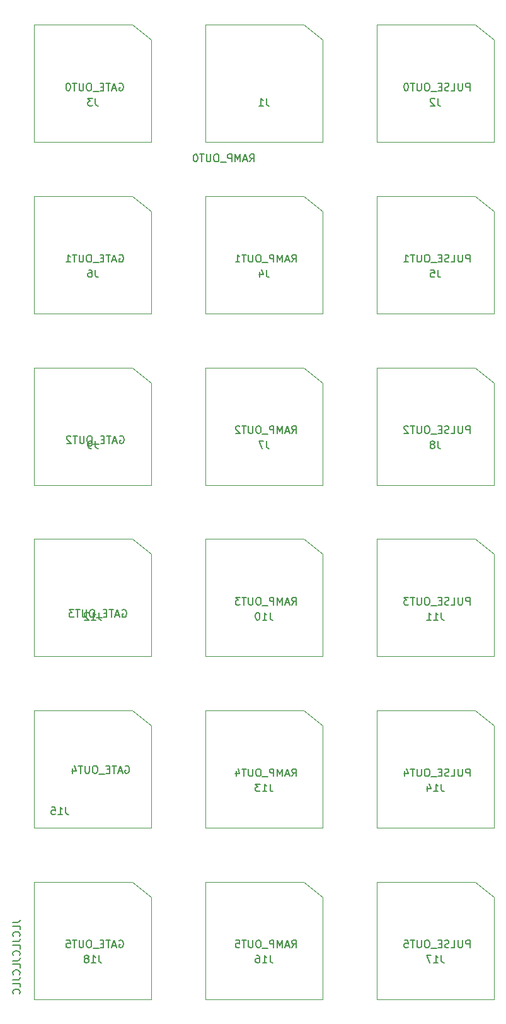
<source format=gbr>
%TF.GenerationSoftware,KiCad,Pcbnew,(5.1.7)-1*%
%TF.CreationDate,2023-03-06T21:23:01+00:00*%
%TF.ProjectId,KOSMO-POLY6-JACKS,4b4f534d-4f2d-4504-9f4c-59362d4a4143,v0.1.1*%
%TF.SameCoordinates,Original*%
%TF.FileFunction,Legend,Bot*%
%TF.FilePolarity,Positive*%
%FSLAX46Y46*%
G04 Gerber Fmt 4.6, Leading zero omitted, Abs format (unit mm)*
G04 Created by KiCad (PCBNEW (5.1.7)-1) date 2023-03-06 21:23:01*
%MOMM*%
%LPD*%
G01*
G04 APERTURE LIST*
%ADD10C,0.150000*%
%ADD11C,0.120000*%
G04 APERTURE END LIST*
D10*
X55067380Y-169559952D02*
X55781666Y-169559952D01*
X55924523Y-169512333D01*
X56019761Y-169417095D01*
X56067380Y-169274238D01*
X56067380Y-169179000D01*
X56067380Y-170512333D02*
X56067380Y-170036142D01*
X55067380Y-170036142D01*
X55972142Y-171417095D02*
X56019761Y-171369476D01*
X56067380Y-171226619D01*
X56067380Y-171131380D01*
X56019761Y-170988523D01*
X55924523Y-170893285D01*
X55829285Y-170845666D01*
X55638809Y-170798047D01*
X55495952Y-170798047D01*
X55305476Y-170845666D01*
X55210238Y-170893285D01*
X55115000Y-170988523D01*
X55067380Y-171131380D01*
X55067380Y-171226619D01*
X55115000Y-171369476D01*
X55162619Y-171417095D01*
X55067380Y-172131380D02*
X55781666Y-172131380D01*
X55924523Y-172083761D01*
X56019761Y-171988523D01*
X56067380Y-171845666D01*
X56067380Y-171750428D01*
X56067380Y-173083761D02*
X56067380Y-172607571D01*
X55067380Y-172607571D01*
X55972142Y-173988523D02*
X56019761Y-173940904D01*
X56067380Y-173798047D01*
X56067380Y-173702809D01*
X56019761Y-173559952D01*
X55924523Y-173464714D01*
X55829285Y-173417095D01*
X55638809Y-173369476D01*
X55495952Y-173369476D01*
X55305476Y-173417095D01*
X55210238Y-173464714D01*
X55115000Y-173559952D01*
X55067380Y-173702809D01*
X55067380Y-173798047D01*
X55115000Y-173940904D01*
X55162619Y-173988523D01*
X55067380Y-174702809D02*
X55781666Y-174702809D01*
X55924523Y-174655190D01*
X56019761Y-174559952D01*
X56067380Y-174417095D01*
X56067380Y-174321857D01*
X56067380Y-175655190D02*
X56067380Y-175179000D01*
X55067380Y-175179000D01*
X55972142Y-176559952D02*
X56019761Y-176512333D01*
X56067380Y-176369476D01*
X56067380Y-176274238D01*
X56019761Y-176131380D01*
X55924523Y-176036142D01*
X55829285Y-175988523D01*
X55638809Y-175940904D01*
X55495952Y-175940904D01*
X55305476Y-175988523D01*
X55210238Y-176036142D01*
X55115000Y-176131380D01*
X55067380Y-176274238D01*
X55067380Y-176369476D01*
X55115000Y-176512333D01*
X55162619Y-176559952D01*
X55067380Y-177274238D02*
X55781666Y-177274238D01*
X55924523Y-177226619D01*
X56019761Y-177131380D01*
X56067380Y-176988523D01*
X56067380Y-176893285D01*
X56067380Y-178226619D02*
X56067380Y-177750428D01*
X55067380Y-177750428D01*
X55972142Y-179131380D02*
X56019761Y-179083761D01*
X56067380Y-178940904D01*
X56067380Y-178845666D01*
X56019761Y-178702809D01*
X55924523Y-178607571D01*
X55829285Y-178559952D01*
X55638809Y-178512333D01*
X55495952Y-178512333D01*
X55305476Y-178559952D01*
X55210238Y-178607571D01*
X55115000Y-178702809D01*
X55067380Y-178845666D01*
X55067380Y-178940904D01*
X55115000Y-179083761D01*
X55162619Y-179131380D01*
D11*
%TO.C,J18*%
X57973000Y-179858000D02*
X73721000Y-179858000D01*
X73721000Y-179858000D02*
X73727000Y-166148000D01*
X73721000Y-166142000D02*
X71181000Y-164110000D01*
X71181000Y-164110000D02*
X57973000Y-164110000D01*
X57973000Y-164110000D02*
X57973000Y-179858000D01*
%TO.C,J17*%
X103973000Y-179858000D02*
X119721000Y-179858000D01*
X119721000Y-179858000D02*
X119727000Y-166148000D01*
X119721000Y-166142000D02*
X117181000Y-164110000D01*
X117181000Y-164110000D02*
X103973000Y-164110000D01*
X103973000Y-164110000D02*
X103973000Y-179858000D01*
%TO.C,J16*%
X80973000Y-179858000D02*
X96721000Y-179858000D01*
X96721000Y-179858000D02*
X96727000Y-166148000D01*
X96721000Y-166142000D02*
X94181000Y-164110000D01*
X94181000Y-164110000D02*
X80973000Y-164110000D01*
X80973000Y-164110000D02*
X80973000Y-179858000D01*
%TO.C,J15*%
X57973000Y-156858000D02*
X73721000Y-156858000D01*
X73721000Y-156858000D02*
X73727000Y-143148000D01*
X73721000Y-143142000D02*
X71181000Y-141110000D01*
X71181000Y-141110000D02*
X57973000Y-141110000D01*
X57973000Y-141110000D02*
X57973000Y-156858000D01*
%TO.C,J14*%
X103973000Y-156858000D02*
X119721000Y-156858000D01*
X119721000Y-156858000D02*
X119727000Y-143148000D01*
X119721000Y-143142000D02*
X117181000Y-141110000D01*
X117181000Y-141110000D02*
X103973000Y-141110000D01*
X103973000Y-141110000D02*
X103973000Y-156858000D01*
%TO.C,J13*%
X80973000Y-156858000D02*
X96721000Y-156858000D01*
X96721000Y-156858000D02*
X96727000Y-143148000D01*
X96721000Y-143142000D02*
X94181000Y-141110000D01*
X94181000Y-141110000D02*
X80973000Y-141110000D01*
X80973000Y-141110000D02*
X80973000Y-156858000D01*
%TO.C,J12*%
X57973000Y-133858000D02*
X73721000Y-133858000D01*
X73721000Y-133858000D02*
X73727000Y-120148000D01*
X73721000Y-120142000D02*
X71181000Y-118110000D01*
X71181000Y-118110000D02*
X57973000Y-118110000D01*
X57973000Y-118110000D02*
X57973000Y-133858000D01*
%TO.C,J11*%
X103973000Y-133858000D02*
X119721000Y-133858000D01*
X119721000Y-133858000D02*
X119727000Y-120148000D01*
X119721000Y-120142000D02*
X117181000Y-118110000D01*
X117181000Y-118110000D02*
X103973000Y-118110000D01*
X103973000Y-118110000D02*
X103973000Y-133858000D01*
%TO.C,J10*%
X80973000Y-133858000D02*
X96721000Y-133858000D01*
X96721000Y-133858000D02*
X96727000Y-120148000D01*
X96721000Y-120142000D02*
X94181000Y-118110000D01*
X94181000Y-118110000D02*
X80973000Y-118110000D01*
X80973000Y-118110000D02*
X80973000Y-133858000D01*
%TO.C,J9*%
X57973000Y-110858000D02*
X73721000Y-110858000D01*
X73721000Y-110858000D02*
X73727000Y-97148000D01*
X73721000Y-97142000D02*
X71181000Y-95110000D01*
X71181000Y-95110000D02*
X57973000Y-95110000D01*
X57973000Y-95110000D02*
X57973000Y-110858000D01*
%TO.C,J8*%
X103973000Y-110858000D02*
X119721000Y-110858000D01*
X119721000Y-110858000D02*
X119727000Y-97148000D01*
X119721000Y-97142000D02*
X117181000Y-95110000D01*
X117181000Y-95110000D02*
X103973000Y-95110000D01*
X103973000Y-95110000D02*
X103973000Y-110858000D01*
%TO.C,J7*%
X80973000Y-110858000D02*
X96721000Y-110858000D01*
X96721000Y-110858000D02*
X96727000Y-97148000D01*
X96721000Y-97142000D02*
X94181000Y-95110000D01*
X94181000Y-95110000D02*
X80973000Y-95110000D01*
X80973000Y-95110000D02*
X80973000Y-110858000D01*
%TO.C,J6*%
X57973000Y-87858000D02*
X73721000Y-87858000D01*
X73721000Y-87858000D02*
X73727000Y-74148000D01*
X73721000Y-74142000D02*
X71181000Y-72110000D01*
X71181000Y-72110000D02*
X57973000Y-72110000D01*
X57973000Y-72110000D02*
X57973000Y-87858000D01*
%TO.C,J5*%
X103973000Y-87858000D02*
X119721000Y-87858000D01*
X119721000Y-87858000D02*
X119727000Y-74148000D01*
X119721000Y-74142000D02*
X117181000Y-72110000D01*
X117181000Y-72110000D02*
X103973000Y-72110000D01*
X103973000Y-72110000D02*
X103973000Y-87858000D01*
%TO.C,J4*%
X80973000Y-87858000D02*
X96721000Y-87858000D01*
X96721000Y-87858000D02*
X96727000Y-74148000D01*
X96721000Y-74142000D02*
X94181000Y-72110000D01*
X94181000Y-72110000D02*
X80973000Y-72110000D01*
X80973000Y-72110000D02*
X80973000Y-87858000D01*
%TO.C,J3*%
X57973000Y-64858000D02*
X73721000Y-64858000D01*
X73721000Y-64858000D02*
X73727000Y-51148000D01*
X73721000Y-51142000D02*
X71181000Y-49110000D01*
X71181000Y-49110000D02*
X57973000Y-49110000D01*
X57973000Y-49110000D02*
X57973000Y-64858000D01*
%TO.C,J2*%
X103973000Y-64858000D02*
X119721000Y-64858000D01*
X119721000Y-64858000D02*
X119727000Y-51148000D01*
X119721000Y-51142000D02*
X117181000Y-49110000D01*
X117181000Y-49110000D02*
X103973000Y-49110000D01*
X103973000Y-49110000D02*
X103973000Y-64858000D01*
%TO.C,J1*%
X80973000Y-64858000D02*
X96721000Y-64858000D01*
X96721000Y-64858000D02*
X96727000Y-51148000D01*
X96721000Y-51142000D02*
X94181000Y-49110000D01*
X94181000Y-49110000D02*
X80973000Y-49110000D01*
X80973000Y-49110000D02*
X80973000Y-64858000D01*
%TO.C,J18*%
D10*
X66656523Y-173976380D02*
X66656523Y-174690666D01*
X66704142Y-174833523D01*
X66799380Y-174928761D01*
X66942238Y-174976380D01*
X67037476Y-174976380D01*
X65656523Y-174976380D02*
X66227952Y-174976380D01*
X65942238Y-174976380D02*
X65942238Y-173976380D01*
X66037476Y-174119238D01*
X66132714Y-174214476D01*
X66227952Y-174262095D01*
X65085095Y-174404952D02*
X65180333Y-174357333D01*
X65227952Y-174309714D01*
X65275571Y-174214476D01*
X65275571Y-174166857D01*
X65227952Y-174071619D01*
X65180333Y-174024000D01*
X65085095Y-173976380D01*
X64894619Y-173976380D01*
X64799380Y-174024000D01*
X64751761Y-174071619D01*
X64704142Y-174166857D01*
X64704142Y-174214476D01*
X64751761Y-174309714D01*
X64799380Y-174357333D01*
X64894619Y-174404952D01*
X65085095Y-174404952D01*
X65180333Y-174452571D01*
X65227952Y-174500190D01*
X65275571Y-174595428D01*
X65275571Y-174785904D01*
X65227952Y-174881142D01*
X65180333Y-174928761D01*
X65085095Y-174976380D01*
X64894619Y-174976380D01*
X64799380Y-174928761D01*
X64751761Y-174881142D01*
X64704142Y-174785904D01*
X64704142Y-174595428D01*
X64751761Y-174500190D01*
X64799380Y-174452571D01*
X64894619Y-174404952D01*
X69386714Y-171992000D02*
X69481952Y-171944380D01*
X69624809Y-171944380D01*
X69767666Y-171992000D01*
X69862904Y-172087238D01*
X69910523Y-172182476D01*
X69958142Y-172372952D01*
X69958142Y-172515809D01*
X69910523Y-172706285D01*
X69862904Y-172801523D01*
X69767666Y-172896761D01*
X69624809Y-172944380D01*
X69529571Y-172944380D01*
X69386714Y-172896761D01*
X69339095Y-172849142D01*
X69339095Y-172515809D01*
X69529571Y-172515809D01*
X68958142Y-172658666D02*
X68481952Y-172658666D01*
X69053380Y-172944380D02*
X68720047Y-171944380D01*
X68386714Y-172944380D01*
X68196238Y-171944380D02*
X67624809Y-171944380D01*
X67910523Y-172944380D02*
X67910523Y-171944380D01*
X67291476Y-172420571D02*
X66958142Y-172420571D01*
X66815285Y-172944380D02*
X67291476Y-172944380D01*
X67291476Y-171944380D01*
X66815285Y-171944380D01*
X66624809Y-173039619D02*
X65862904Y-173039619D01*
X65434333Y-171944380D02*
X65243857Y-171944380D01*
X65148619Y-171992000D01*
X65053380Y-172087238D01*
X65005761Y-172277714D01*
X65005761Y-172611047D01*
X65053380Y-172801523D01*
X65148619Y-172896761D01*
X65243857Y-172944380D01*
X65434333Y-172944380D01*
X65529571Y-172896761D01*
X65624809Y-172801523D01*
X65672428Y-172611047D01*
X65672428Y-172277714D01*
X65624809Y-172087238D01*
X65529571Y-171992000D01*
X65434333Y-171944380D01*
X64577190Y-171944380D02*
X64577190Y-172753904D01*
X64529571Y-172849142D01*
X64481952Y-172896761D01*
X64386714Y-172944380D01*
X64196238Y-172944380D01*
X64101000Y-172896761D01*
X64053380Y-172849142D01*
X64005761Y-172753904D01*
X64005761Y-171944380D01*
X63672428Y-171944380D02*
X63101000Y-171944380D01*
X63386714Y-172944380D02*
X63386714Y-171944380D01*
X62291476Y-171944380D02*
X62767666Y-171944380D01*
X62815285Y-172420571D01*
X62767666Y-172372952D01*
X62672428Y-172325333D01*
X62434333Y-172325333D01*
X62339095Y-172372952D01*
X62291476Y-172420571D01*
X62243857Y-172515809D01*
X62243857Y-172753904D01*
X62291476Y-172849142D01*
X62339095Y-172896761D01*
X62434333Y-172944380D01*
X62672428Y-172944380D01*
X62767666Y-172896761D01*
X62815285Y-172849142D01*
%TO.C,J17*%
X112656523Y-173976380D02*
X112656523Y-174690666D01*
X112704142Y-174833523D01*
X112799380Y-174928761D01*
X112942238Y-174976380D01*
X113037476Y-174976380D01*
X111656523Y-174976380D02*
X112227952Y-174976380D01*
X111942238Y-174976380D02*
X111942238Y-173976380D01*
X112037476Y-174119238D01*
X112132714Y-174214476D01*
X112227952Y-174262095D01*
X111323190Y-173976380D02*
X110656523Y-173976380D01*
X111085095Y-174976380D01*
X116505761Y-172944380D02*
X116505761Y-171944380D01*
X116124809Y-171944380D01*
X116029571Y-171992000D01*
X115981952Y-172039619D01*
X115934333Y-172134857D01*
X115934333Y-172277714D01*
X115981952Y-172372952D01*
X116029571Y-172420571D01*
X116124809Y-172468190D01*
X116505761Y-172468190D01*
X115505761Y-171944380D02*
X115505761Y-172753904D01*
X115458142Y-172849142D01*
X115410523Y-172896761D01*
X115315285Y-172944380D01*
X115124809Y-172944380D01*
X115029571Y-172896761D01*
X114981952Y-172849142D01*
X114934333Y-172753904D01*
X114934333Y-171944380D01*
X113981952Y-172944380D02*
X114458142Y-172944380D01*
X114458142Y-171944380D01*
X113696238Y-172896761D02*
X113553380Y-172944380D01*
X113315285Y-172944380D01*
X113220047Y-172896761D01*
X113172428Y-172849142D01*
X113124809Y-172753904D01*
X113124809Y-172658666D01*
X113172428Y-172563428D01*
X113220047Y-172515809D01*
X113315285Y-172468190D01*
X113505761Y-172420571D01*
X113601000Y-172372952D01*
X113648619Y-172325333D01*
X113696238Y-172230095D01*
X113696238Y-172134857D01*
X113648619Y-172039619D01*
X113601000Y-171992000D01*
X113505761Y-171944380D01*
X113267666Y-171944380D01*
X113124809Y-171992000D01*
X112696238Y-172420571D02*
X112362904Y-172420571D01*
X112220047Y-172944380D02*
X112696238Y-172944380D01*
X112696238Y-171944380D01*
X112220047Y-171944380D01*
X112029571Y-173039619D02*
X111267666Y-173039619D01*
X110839095Y-171944380D02*
X110648619Y-171944380D01*
X110553380Y-171992000D01*
X110458142Y-172087238D01*
X110410523Y-172277714D01*
X110410523Y-172611047D01*
X110458142Y-172801523D01*
X110553380Y-172896761D01*
X110648619Y-172944380D01*
X110839095Y-172944380D01*
X110934333Y-172896761D01*
X111029571Y-172801523D01*
X111077190Y-172611047D01*
X111077190Y-172277714D01*
X111029571Y-172087238D01*
X110934333Y-171992000D01*
X110839095Y-171944380D01*
X109981952Y-171944380D02*
X109981952Y-172753904D01*
X109934333Y-172849142D01*
X109886714Y-172896761D01*
X109791476Y-172944380D01*
X109601000Y-172944380D01*
X109505761Y-172896761D01*
X109458142Y-172849142D01*
X109410523Y-172753904D01*
X109410523Y-171944380D01*
X109077190Y-171944380D02*
X108505761Y-171944380D01*
X108791476Y-172944380D02*
X108791476Y-171944380D01*
X107696238Y-171944380D02*
X108172428Y-171944380D01*
X108220047Y-172420571D01*
X108172428Y-172372952D01*
X108077190Y-172325333D01*
X107839095Y-172325333D01*
X107743857Y-172372952D01*
X107696238Y-172420571D01*
X107648619Y-172515809D01*
X107648619Y-172753904D01*
X107696238Y-172849142D01*
X107743857Y-172896761D01*
X107839095Y-172944380D01*
X108077190Y-172944380D01*
X108172428Y-172896761D01*
X108220047Y-172849142D01*
%TO.C,J16*%
X89656523Y-173976380D02*
X89656523Y-174690666D01*
X89704142Y-174833523D01*
X89799380Y-174928761D01*
X89942238Y-174976380D01*
X90037476Y-174976380D01*
X88656523Y-174976380D02*
X89227952Y-174976380D01*
X88942238Y-174976380D02*
X88942238Y-173976380D01*
X89037476Y-174119238D01*
X89132714Y-174214476D01*
X89227952Y-174262095D01*
X87799380Y-173976380D02*
X87989857Y-173976380D01*
X88085095Y-174024000D01*
X88132714Y-174071619D01*
X88227952Y-174214476D01*
X88275571Y-174404952D01*
X88275571Y-174785904D01*
X88227952Y-174881142D01*
X88180333Y-174928761D01*
X88085095Y-174976380D01*
X87894619Y-174976380D01*
X87799380Y-174928761D01*
X87751761Y-174881142D01*
X87704142Y-174785904D01*
X87704142Y-174547809D01*
X87751761Y-174452571D01*
X87799380Y-174404952D01*
X87894619Y-174357333D01*
X88085095Y-174357333D01*
X88180333Y-174404952D01*
X88227952Y-174452571D01*
X88275571Y-174547809D01*
X92577190Y-172944380D02*
X92910523Y-172468190D01*
X93148619Y-172944380D02*
X93148619Y-171944380D01*
X92767666Y-171944380D01*
X92672428Y-171992000D01*
X92624809Y-172039619D01*
X92577190Y-172134857D01*
X92577190Y-172277714D01*
X92624809Y-172372952D01*
X92672428Y-172420571D01*
X92767666Y-172468190D01*
X93148619Y-172468190D01*
X92196238Y-172658666D02*
X91720047Y-172658666D01*
X92291476Y-172944380D02*
X91958142Y-171944380D01*
X91624809Y-172944380D01*
X91291476Y-172944380D02*
X91291476Y-171944380D01*
X90958142Y-172658666D01*
X90624809Y-171944380D01*
X90624809Y-172944380D01*
X90148619Y-172944380D02*
X90148619Y-171944380D01*
X89767666Y-171944380D01*
X89672428Y-171992000D01*
X89624809Y-172039619D01*
X89577190Y-172134857D01*
X89577190Y-172277714D01*
X89624809Y-172372952D01*
X89672428Y-172420571D01*
X89767666Y-172468190D01*
X90148619Y-172468190D01*
X89386714Y-173039619D02*
X88624809Y-173039619D01*
X88196238Y-171944380D02*
X88005761Y-171944380D01*
X87910523Y-171992000D01*
X87815285Y-172087238D01*
X87767666Y-172277714D01*
X87767666Y-172611047D01*
X87815285Y-172801523D01*
X87910523Y-172896761D01*
X88005761Y-172944380D01*
X88196238Y-172944380D01*
X88291476Y-172896761D01*
X88386714Y-172801523D01*
X88434333Y-172611047D01*
X88434333Y-172277714D01*
X88386714Y-172087238D01*
X88291476Y-171992000D01*
X88196238Y-171944380D01*
X87339095Y-171944380D02*
X87339095Y-172753904D01*
X87291476Y-172849142D01*
X87243857Y-172896761D01*
X87148619Y-172944380D01*
X86958142Y-172944380D01*
X86862904Y-172896761D01*
X86815285Y-172849142D01*
X86767666Y-172753904D01*
X86767666Y-171944380D01*
X86434333Y-171944380D02*
X85862904Y-171944380D01*
X86148619Y-172944380D02*
X86148619Y-171944380D01*
X85053380Y-171944380D02*
X85529571Y-171944380D01*
X85577190Y-172420571D01*
X85529571Y-172372952D01*
X85434333Y-172325333D01*
X85196238Y-172325333D01*
X85101000Y-172372952D01*
X85053380Y-172420571D01*
X85005761Y-172515809D01*
X85005761Y-172753904D01*
X85053380Y-172849142D01*
X85101000Y-172896761D01*
X85196238Y-172944380D01*
X85434333Y-172944380D01*
X85529571Y-172896761D01*
X85577190Y-172849142D01*
%TO.C,J15*%
X62179523Y-154074380D02*
X62179523Y-154788666D01*
X62227142Y-154931523D01*
X62322380Y-155026761D01*
X62465238Y-155074380D01*
X62560476Y-155074380D01*
X61179523Y-155074380D02*
X61750952Y-155074380D01*
X61465238Y-155074380D02*
X61465238Y-154074380D01*
X61560476Y-154217238D01*
X61655714Y-154312476D01*
X61750952Y-154360095D01*
X60274761Y-154074380D02*
X60750952Y-154074380D01*
X60798571Y-154550571D01*
X60750952Y-154502952D01*
X60655714Y-154455333D01*
X60417619Y-154455333D01*
X60322380Y-154502952D01*
X60274761Y-154550571D01*
X60227142Y-154645809D01*
X60227142Y-154883904D01*
X60274761Y-154979142D01*
X60322380Y-155026761D01*
X60417619Y-155074380D01*
X60655714Y-155074380D01*
X60750952Y-155026761D01*
X60798571Y-154979142D01*
X70186714Y-148591000D02*
X70281952Y-148543380D01*
X70424809Y-148543380D01*
X70567666Y-148591000D01*
X70662904Y-148686238D01*
X70710523Y-148781476D01*
X70758142Y-148971952D01*
X70758142Y-149114809D01*
X70710523Y-149305285D01*
X70662904Y-149400523D01*
X70567666Y-149495761D01*
X70424809Y-149543380D01*
X70329571Y-149543380D01*
X70186714Y-149495761D01*
X70139095Y-149448142D01*
X70139095Y-149114809D01*
X70329571Y-149114809D01*
X69758142Y-149257666D02*
X69281952Y-149257666D01*
X69853380Y-149543380D02*
X69520047Y-148543380D01*
X69186714Y-149543380D01*
X68996238Y-148543380D02*
X68424809Y-148543380D01*
X68710523Y-149543380D02*
X68710523Y-148543380D01*
X68091476Y-149019571D02*
X67758142Y-149019571D01*
X67615285Y-149543380D02*
X68091476Y-149543380D01*
X68091476Y-148543380D01*
X67615285Y-148543380D01*
X67424809Y-149638619D02*
X66662904Y-149638619D01*
X66234333Y-148543380D02*
X66043857Y-148543380D01*
X65948619Y-148591000D01*
X65853380Y-148686238D01*
X65805761Y-148876714D01*
X65805761Y-149210047D01*
X65853380Y-149400523D01*
X65948619Y-149495761D01*
X66043857Y-149543380D01*
X66234333Y-149543380D01*
X66329571Y-149495761D01*
X66424809Y-149400523D01*
X66472428Y-149210047D01*
X66472428Y-148876714D01*
X66424809Y-148686238D01*
X66329571Y-148591000D01*
X66234333Y-148543380D01*
X65377190Y-148543380D02*
X65377190Y-149352904D01*
X65329571Y-149448142D01*
X65281952Y-149495761D01*
X65186714Y-149543380D01*
X64996238Y-149543380D01*
X64901000Y-149495761D01*
X64853380Y-149448142D01*
X64805761Y-149352904D01*
X64805761Y-148543380D01*
X64472428Y-148543380D02*
X63901000Y-148543380D01*
X64186714Y-149543380D02*
X64186714Y-148543380D01*
X63139095Y-148876714D02*
X63139095Y-149543380D01*
X63377190Y-148495761D02*
X63615285Y-149210047D01*
X62996238Y-149210047D01*
%TO.C,J14*%
X112656523Y-150976380D02*
X112656523Y-151690666D01*
X112704142Y-151833523D01*
X112799380Y-151928761D01*
X112942238Y-151976380D01*
X113037476Y-151976380D01*
X111656523Y-151976380D02*
X112227952Y-151976380D01*
X111942238Y-151976380D02*
X111942238Y-150976380D01*
X112037476Y-151119238D01*
X112132714Y-151214476D01*
X112227952Y-151262095D01*
X110799380Y-151309714D02*
X110799380Y-151976380D01*
X111037476Y-150928761D02*
X111275571Y-151643047D01*
X110656523Y-151643047D01*
X116505761Y-149944380D02*
X116505761Y-148944380D01*
X116124809Y-148944380D01*
X116029571Y-148992000D01*
X115981952Y-149039619D01*
X115934333Y-149134857D01*
X115934333Y-149277714D01*
X115981952Y-149372952D01*
X116029571Y-149420571D01*
X116124809Y-149468190D01*
X116505761Y-149468190D01*
X115505761Y-148944380D02*
X115505761Y-149753904D01*
X115458142Y-149849142D01*
X115410523Y-149896761D01*
X115315285Y-149944380D01*
X115124809Y-149944380D01*
X115029571Y-149896761D01*
X114981952Y-149849142D01*
X114934333Y-149753904D01*
X114934333Y-148944380D01*
X113981952Y-149944380D02*
X114458142Y-149944380D01*
X114458142Y-148944380D01*
X113696238Y-149896761D02*
X113553380Y-149944380D01*
X113315285Y-149944380D01*
X113220047Y-149896761D01*
X113172428Y-149849142D01*
X113124809Y-149753904D01*
X113124809Y-149658666D01*
X113172428Y-149563428D01*
X113220047Y-149515809D01*
X113315285Y-149468190D01*
X113505761Y-149420571D01*
X113601000Y-149372952D01*
X113648619Y-149325333D01*
X113696238Y-149230095D01*
X113696238Y-149134857D01*
X113648619Y-149039619D01*
X113601000Y-148992000D01*
X113505761Y-148944380D01*
X113267666Y-148944380D01*
X113124809Y-148992000D01*
X112696238Y-149420571D02*
X112362904Y-149420571D01*
X112220047Y-149944380D02*
X112696238Y-149944380D01*
X112696238Y-148944380D01*
X112220047Y-148944380D01*
X112029571Y-150039619D02*
X111267666Y-150039619D01*
X110839095Y-148944380D02*
X110648619Y-148944380D01*
X110553380Y-148992000D01*
X110458142Y-149087238D01*
X110410523Y-149277714D01*
X110410523Y-149611047D01*
X110458142Y-149801523D01*
X110553380Y-149896761D01*
X110648619Y-149944380D01*
X110839095Y-149944380D01*
X110934333Y-149896761D01*
X111029571Y-149801523D01*
X111077190Y-149611047D01*
X111077190Y-149277714D01*
X111029571Y-149087238D01*
X110934333Y-148992000D01*
X110839095Y-148944380D01*
X109981952Y-148944380D02*
X109981952Y-149753904D01*
X109934333Y-149849142D01*
X109886714Y-149896761D01*
X109791476Y-149944380D01*
X109601000Y-149944380D01*
X109505761Y-149896761D01*
X109458142Y-149849142D01*
X109410523Y-149753904D01*
X109410523Y-148944380D01*
X109077190Y-148944380D02*
X108505761Y-148944380D01*
X108791476Y-149944380D02*
X108791476Y-148944380D01*
X107743857Y-149277714D02*
X107743857Y-149944380D01*
X107981952Y-148896761D02*
X108220047Y-149611047D01*
X107601000Y-149611047D01*
%TO.C,J13*%
X89656523Y-150976380D02*
X89656523Y-151690666D01*
X89704142Y-151833523D01*
X89799380Y-151928761D01*
X89942238Y-151976380D01*
X90037476Y-151976380D01*
X88656523Y-151976380D02*
X89227952Y-151976380D01*
X88942238Y-151976380D02*
X88942238Y-150976380D01*
X89037476Y-151119238D01*
X89132714Y-151214476D01*
X89227952Y-151262095D01*
X88323190Y-150976380D02*
X87704142Y-150976380D01*
X88037476Y-151357333D01*
X87894619Y-151357333D01*
X87799380Y-151404952D01*
X87751761Y-151452571D01*
X87704142Y-151547809D01*
X87704142Y-151785904D01*
X87751761Y-151881142D01*
X87799380Y-151928761D01*
X87894619Y-151976380D01*
X88180333Y-151976380D01*
X88275571Y-151928761D01*
X88323190Y-151881142D01*
X92577190Y-149944380D02*
X92910523Y-149468190D01*
X93148619Y-149944380D02*
X93148619Y-148944380D01*
X92767666Y-148944380D01*
X92672428Y-148992000D01*
X92624809Y-149039619D01*
X92577190Y-149134857D01*
X92577190Y-149277714D01*
X92624809Y-149372952D01*
X92672428Y-149420571D01*
X92767666Y-149468190D01*
X93148619Y-149468190D01*
X92196238Y-149658666D02*
X91720047Y-149658666D01*
X92291476Y-149944380D02*
X91958142Y-148944380D01*
X91624809Y-149944380D01*
X91291476Y-149944380D02*
X91291476Y-148944380D01*
X90958142Y-149658666D01*
X90624809Y-148944380D01*
X90624809Y-149944380D01*
X90148619Y-149944380D02*
X90148619Y-148944380D01*
X89767666Y-148944380D01*
X89672428Y-148992000D01*
X89624809Y-149039619D01*
X89577190Y-149134857D01*
X89577190Y-149277714D01*
X89624809Y-149372952D01*
X89672428Y-149420571D01*
X89767666Y-149468190D01*
X90148619Y-149468190D01*
X89386714Y-150039619D02*
X88624809Y-150039619D01*
X88196238Y-148944380D02*
X88005761Y-148944380D01*
X87910523Y-148992000D01*
X87815285Y-149087238D01*
X87767666Y-149277714D01*
X87767666Y-149611047D01*
X87815285Y-149801523D01*
X87910523Y-149896761D01*
X88005761Y-149944380D01*
X88196238Y-149944380D01*
X88291476Y-149896761D01*
X88386714Y-149801523D01*
X88434333Y-149611047D01*
X88434333Y-149277714D01*
X88386714Y-149087238D01*
X88291476Y-148992000D01*
X88196238Y-148944380D01*
X87339095Y-148944380D02*
X87339095Y-149753904D01*
X87291476Y-149849142D01*
X87243857Y-149896761D01*
X87148619Y-149944380D01*
X86958142Y-149944380D01*
X86862904Y-149896761D01*
X86815285Y-149849142D01*
X86767666Y-149753904D01*
X86767666Y-148944380D01*
X86434333Y-148944380D02*
X85862904Y-148944380D01*
X86148619Y-149944380D02*
X86148619Y-148944380D01*
X85101000Y-149277714D02*
X85101000Y-149944380D01*
X85339095Y-148896761D02*
X85577190Y-149611047D01*
X84958142Y-149611047D01*
%TO.C,J12*%
X66656523Y-127976380D02*
X66656523Y-128690666D01*
X66704142Y-128833523D01*
X66799380Y-128928761D01*
X66942238Y-128976380D01*
X67037476Y-128976380D01*
X65656523Y-128976380D02*
X66227952Y-128976380D01*
X65942238Y-128976380D02*
X65942238Y-127976380D01*
X66037476Y-128119238D01*
X66132714Y-128214476D01*
X66227952Y-128262095D01*
X65275571Y-128071619D02*
X65227952Y-128024000D01*
X65132714Y-127976380D01*
X64894619Y-127976380D01*
X64799380Y-128024000D01*
X64751761Y-128071619D01*
X64704142Y-128166857D01*
X64704142Y-128262095D01*
X64751761Y-128404952D01*
X65323190Y-128976380D01*
X64704142Y-128976380D01*
X69811715Y-127643999D02*
X69906953Y-127596379D01*
X70049810Y-127596379D01*
X70192667Y-127643999D01*
X70287905Y-127739237D01*
X70335524Y-127834475D01*
X70383143Y-128024951D01*
X70383143Y-128167808D01*
X70335524Y-128358284D01*
X70287905Y-128453522D01*
X70192667Y-128548760D01*
X70049810Y-128596379D01*
X69954572Y-128596379D01*
X69811715Y-128548760D01*
X69764096Y-128501141D01*
X69764096Y-128167808D01*
X69954572Y-128167808D01*
X69383143Y-128310665D02*
X68906953Y-128310665D01*
X69478381Y-128596379D02*
X69145048Y-127596379D01*
X68811715Y-128596379D01*
X68621239Y-127596379D02*
X68049810Y-127596379D01*
X68335524Y-128596379D02*
X68335524Y-127596379D01*
X67716477Y-128072570D02*
X67383143Y-128072570D01*
X67240286Y-128596379D02*
X67716477Y-128596379D01*
X67716477Y-127596379D01*
X67240286Y-127596379D01*
X67049810Y-128691618D02*
X66287905Y-128691618D01*
X65859334Y-127596379D02*
X65668858Y-127596379D01*
X65573620Y-127643999D01*
X65478381Y-127739237D01*
X65430762Y-127929713D01*
X65430762Y-128263046D01*
X65478381Y-128453522D01*
X65573620Y-128548760D01*
X65668858Y-128596379D01*
X65859334Y-128596379D01*
X65954572Y-128548760D01*
X66049810Y-128453522D01*
X66097429Y-128263046D01*
X66097429Y-127929713D01*
X66049810Y-127739237D01*
X65954572Y-127643999D01*
X65859334Y-127596379D01*
X65002191Y-127596379D02*
X65002191Y-128405903D01*
X64954572Y-128501141D01*
X64906953Y-128548760D01*
X64811715Y-128596379D01*
X64621239Y-128596379D01*
X64526001Y-128548760D01*
X64478381Y-128501141D01*
X64430762Y-128405903D01*
X64430762Y-127596379D01*
X64097429Y-127596379D02*
X63526001Y-127596379D01*
X63811715Y-128596379D02*
X63811715Y-127596379D01*
X63287905Y-127596379D02*
X62668858Y-127596379D01*
X63002191Y-127977332D01*
X62859334Y-127977332D01*
X62764096Y-128024951D01*
X62716477Y-128072570D01*
X62668858Y-128167808D01*
X62668858Y-128405903D01*
X62716477Y-128501141D01*
X62764096Y-128548760D01*
X62859334Y-128596379D01*
X63145048Y-128596379D01*
X63240286Y-128548760D01*
X63287905Y-128501141D01*
%TO.C,J11*%
X112656523Y-127976380D02*
X112656523Y-128690666D01*
X112704142Y-128833523D01*
X112799380Y-128928761D01*
X112942238Y-128976380D01*
X113037476Y-128976380D01*
X111656523Y-128976380D02*
X112227952Y-128976380D01*
X111942238Y-128976380D02*
X111942238Y-127976380D01*
X112037476Y-128119238D01*
X112132714Y-128214476D01*
X112227952Y-128262095D01*
X110704142Y-128976380D02*
X111275571Y-128976380D01*
X110989857Y-128976380D02*
X110989857Y-127976380D01*
X111085095Y-128119238D01*
X111180333Y-128214476D01*
X111275571Y-128262095D01*
X116505761Y-126944380D02*
X116505761Y-125944380D01*
X116124809Y-125944380D01*
X116029571Y-125992000D01*
X115981952Y-126039619D01*
X115934333Y-126134857D01*
X115934333Y-126277714D01*
X115981952Y-126372952D01*
X116029571Y-126420571D01*
X116124809Y-126468190D01*
X116505761Y-126468190D01*
X115505761Y-125944380D02*
X115505761Y-126753904D01*
X115458142Y-126849142D01*
X115410523Y-126896761D01*
X115315285Y-126944380D01*
X115124809Y-126944380D01*
X115029571Y-126896761D01*
X114981952Y-126849142D01*
X114934333Y-126753904D01*
X114934333Y-125944380D01*
X113981952Y-126944380D02*
X114458142Y-126944380D01*
X114458142Y-125944380D01*
X113696238Y-126896761D02*
X113553380Y-126944380D01*
X113315285Y-126944380D01*
X113220047Y-126896761D01*
X113172428Y-126849142D01*
X113124809Y-126753904D01*
X113124809Y-126658666D01*
X113172428Y-126563428D01*
X113220047Y-126515809D01*
X113315285Y-126468190D01*
X113505761Y-126420571D01*
X113601000Y-126372952D01*
X113648619Y-126325333D01*
X113696238Y-126230095D01*
X113696238Y-126134857D01*
X113648619Y-126039619D01*
X113601000Y-125992000D01*
X113505761Y-125944380D01*
X113267666Y-125944380D01*
X113124809Y-125992000D01*
X112696238Y-126420571D02*
X112362904Y-126420571D01*
X112220047Y-126944380D02*
X112696238Y-126944380D01*
X112696238Y-125944380D01*
X112220047Y-125944380D01*
X112029571Y-127039619D02*
X111267666Y-127039619D01*
X110839095Y-125944380D02*
X110648619Y-125944380D01*
X110553380Y-125992000D01*
X110458142Y-126087238D01*
X110410523Y-126277714D01*
X110410523Y-126611047D01*
X110458142Y-126801523D01*
X110553380Y-126896761D01*
X110648619Y-126944380D01*
X110839095Y-126944380D01*
X110934333Y-126896761D01*
X111029571Y-126801523D01*
X111077190Y-126611047D01*
X111077190Y-126277714D01*
X111029571Y-126087238D01*
X110934333Y-125992000D01*
X110839095Y-125944380D01*
X109981952Y-125944380D02*
X109981952Y-126753904D01*
X109934333Y-126849142D01*
X109886714Y-126896761D01*
X109791476Y-126944380D01*
X109601000Y-126944380D01*
X109505761Y-126896761D01*
X109458142Y-126849142D01*
X109410523Y-126753904D01*
X109410523Y-125944380D01*
X109077190Y-125944380D02*
X108505761Y-125944380D01*
X108791476Y-126944380D02*
X108791476Y-125944380D01*
X108267666Y-125944380D02*
X107648619Y-125944380D01*
X107981952Y-126325333D01*
X107839095Y-126325333D01*
X107743857Y-126372952D01*
X107696238Y-126420571D01*
X107648619Y-126515809D01*
X107648619Y-126753904D01*
X107696238Y-126849142D01*
X107743857Y-126896761D01*
X107839095Y-126944380D01*
X108124809Y-126944380D01*
X108220047Y-126896761D01*
X108267666Y-126849142D01*
%TO.C,J10*%
X89656523Y-127976380D02*
X89656523Y-128690666D01*
X89704142Y-128833523D01*
X89799380Y-128928761D01*
X89942238Y-128976380D01*
X90037476Y-128976380D01*
X88656523Y-128976380D02*
X89227952Y-128976380D01*
X88942238Y-128976380D02*
X88942238Y-127976380D01*
X89037476Y-128119238D01*
X89132714Y-128214476D01*
X89227952Y-128262095D01*
X88037476Y-127976380D02*
X87942238Y-127976380D01*
X87847000Y-128024000D01*
X87799380Y-128071619D01*
X87751761Y-128166857D01*
X87704142Y-128357333D01*
X87704142Y-128595428D01*
X87751761Y-128785904D01*
X87799380Y-128881142D01*
X87847000Y-128928761D01*
X87942238Y-128976380D01*
X88037476Y-128976380D01*
X88132714Y-128928761D01*
X88180333Y-128881142D01*
X88227952Y-128785904D01*
X88275571Y-128595428D01*
X88275571Y-128357333D01*
X88227952Y-128166857D01*
X88180333Y-128071619D01*
X88132714Y-128024000D01*
X88037476Y-127976380D01*
X92577190Y-126944380D02*
X92910523Y-126468190D01*
X93148619Y-126944380D02*
X93148619Y-125944380D01*
X92767666Y-125944380D01*
X92672428Y-125992000D01*
X92624809Y-126039619D01*
X92577190Y-126134857D01*
X92577190Y-126277714D01*
X92624809Y-126372952D01*
X92672428Y-126420571D01*
X92767666Y-126468190D01*
X93148619Y-126468190D01*
X92196238Y-126658666D02*
X91720047Y-126658666D01*
X92291476Y-126944380D02*
X91958142Y-125944380D01*
X91624809Y-126944380D01*
X91291476Y-126944380D02*
X91291476Y-125944380D01*
X90958142Y-126658666D01*
X90624809Y-125944380D01*
X90624809Y-126944380D01*
X90148619Y-126944380D02*
X90148619Y-125944380D01*
X89767666Y-125944380D01*
X89672428Y-125992000D01*
X89624809Y-126039619D01*
X89577190Y-126134857D01*
X89577190Y-126277714D01*
X89624809Y-126372952D01*
X89672428Y-126420571D01*
X89767666Y-126468190D01*
X90148619Y-126468190D01*
X89386714Y-127039619D02*
X88624809Y-127039619D01*
X88196238Y-125944380D02*
X88005761Y-125944380D01*
X87910523Y-125992000D01*
X87815285Y-126087238D01*
X87767666Y-126277714D01*
X87767666Y-126611047D01*
X87815285Y-126801523D01*
X87910523Y-126896761D01*
X88005761Y-126944380D01*
X88196238Y-126944380D01*
X88291476Y-126896761D01*
X88386714Y-126801523D01*
X88434333Y-126611047D01*
X88434333Y-126277714D01*
X88386714Y-126087238D01*
X88291476Y-125992000D01*
X88196238Y-125944380D01*
X87339095Y-125944380D02*
X87339095Y-126753904D01*
X87291476Y-126849142D01*
X87243857Y-126896761D01*
X87148619Y-126944380D01*
X86958142Y-126944380D01*
X86862904Y-126896761D01*
X86815285Y-126849142D01*
X86767666Y-126753904D01*
X86767666Y-125944380D01*
X86434333Y-125944380D02*
X85862904Y-125944380D01*
X86148619Y-126944380D02*
X86148619Y-125944380D01*
X85624809Y-125944380D02*
X85005761Y-125944380D01*
X85339095Y-126325333D01*
X85196238Y-126325333D01*
X85101000Y-126372952D01*
X85053380Y-126420571D01*
X85005761Y-126515809D01*
X85005761Y-126753904D01*
X85053380Y-126849142D01*
X85101000Y-126896761D01*
X85196238Y-126944380D01*
X85481952Y-126944380D01*
X85577190Y-126896761D01*
X85624809Y-126849142D01*
%TO.C,J9*%
X66180333Y-104976380D02*
X66180333Y-105690666D01*
X66227952Y-105833523D01*
X66323190Y-105928761D01*
X66466047Y-105976380D01*
X66561285Y-105976380D01*
X65656523Y-105976380D02*
X65466047Y-105976380D01*
X65370809Y-105928761D01*
X65323190Y-105881142D01*
X65227952Y-105738285D01*
X65180333Y-105547809D01*
X65180333Y-105166857D01*
X65227952Y-105071619D01*
X65275571Y-105024000D01*
X65370809Y-104976380D01*
X65561285Y-104976380D01*
X65656523Y-105024000D01*
X65704142Y-105071619D01*
X65751761Y-105166857D01*
X65751761Y-105404952D01*
X65704142Y-105500190D01*
X65656523Y-105547809D01*
X65561285Y-105595428D01*
X65370809Y-105595428D01*
X65275571Y-105547809D01*
X65227952Y-105500190D01*
X65180333Y-105404952D01*
X69466715Y-104319999D02*
X69561953Y-104272379D01*
X69704810Y-104272379D01*
X69847667Y-104319999D01*
X69942905Y-104415237D01*
X69990524Y-104510475D01*
X70038143Y-104700951D01*
X70038143Y-104843808D01*
X69990524Y-105034284D01*
X69942905Y-105129522D01*
X69847667Y-105224760D01*
X69704810Y-105272379D01*
X69609572Y-105272379D01*
X69466715Y-105224760D01*
X69419096Y-105177141D01*
X69419096Y-104843808D01*
X69609572Y-104843808D01*
X69038143Y-104986665D02*
X68561953Y-104986665D01*
X69133381Y-105272379D02*
X68800048Y-104272379D01*
X68466715Y-105272379D01*
X68276239Y-104272379D02*
X67704810Y-104272379D01*
X67990524Y-105272379D02*
X67990524Y-104272379D01*
X67371477Y-104748570D02*
X67038143Y-104748570D01*
X66895286Y-105272379D02*
X67371477Y-105272379D01*
X67371477Y-104272379D01*
X66895286Y-104272379D01*
X66704810Y-105367618D02*
X65942905Y-105367618D01*
X65514334Y-104272379D02*
X65323858Y-104272379D01*
X65228620Y-104319999D01*
X65133381Y-104415237D01*
X65085762Y-104605713D01*
X65085762Y-104939046D01*
X65133381Y-105129522D01*
X65228620Y-105224760D01*
X65323858Y-105272379D01*
X65514334Y-105272379D01*
X65609572Y-105224760D01*
X65704810Y-105129522D01*
X65752429Y-104939046D01*
X65752429Y-104605713D01*
X65704810Y-104415237D01*
X65609572Y-104319999D01*
X65514334Y-104272379D01*
X64657191Y-104272379D02*
X64657191Y-105081903D01*
X64609572Y-105177141D01*
X64561953Y-105224760D01*
X64466715Y-105272379D01*
X64276239Y-105272379D01*
X64181001Y-105224760D01*
X64133381Y-105177141D01*
X64085762Y-105081903D01*
X64085762Y-104272379D01*
X63752429Y-104272379D02*
X63181001Y-104272379D01*
X63466715Y-105272379D02*
X63466715Y-104272379D01*
X62895286Y-104367618D02*
X62847667Y-104319999D01*
X62752429Y-104272379D01*
X62514334Y-104272379D01*
X62419096Y-104319999D01*
X62371477Y-104367618D01*
X62323858Y-104462856D01*
X62323858Y-104558094D01*
X62371477Y-104700951D01*
X62942905Y-105272379D01*
X62323858Y-105272379D01*
%TO.C,J8*%
X112180333Y-104976380D02*
X112180333Y-105690666D01*
X112227952Y-105833523D01*
X112323190Y-105928761D01*
X112466047Y-105976380D01*
X112561285Y-105976380D01*
X111561285Y-105404952D02*
X111656523Y-105357333D01*
X111704142Y-105309714D01*
X111751761Y-105214476D01*
X111751761Y-105166857D01*
X111704142Y-105071619D01*
X111656523Y-105024000D01*
X111561285Y-104976380D01*
X111370809Y-104976380D01*
X111275571Y-105024000D01*
X111227952Y-105071619D01*
X111180333Y-105166857D01*
X111180333Y-105214476D01*
X111227952Y-105309714D01*
X111275571Y-105357333D01*
X111370809Y-105404952D01*
X111561285Y-105404952D01*
X111656523Y-105452571D01*
X111704142Y-105500190D01*
X111751761Y-105595428D01*
X111751761Y-105785904D01*
X111704142Y-105881142D01*
X111656523Y-105928761D01*
X111561285Y-105976380D01*
X111370809Y-105976380D01*
X111275571Y-105928761D01*
X111227952Y-105881142D01*
X111180333Y-105785904D01*
X111180333Y-105595428D01*
X111227952Y-105500190D01*
X111275571Y-105452571D01*
X111370809Y-105404952D01*
X116505761Y-103944380D02*
X116505761Y-102944380D01*
X116124809Y-102944380D01*
X116029571Y-102992000D01*
X115981952Y-103039619D01*
X115934333Y-103134857D01*
X115934333Y-103277714D01*
X115981952Y-103372952D01*
X116029571Y-103420571D01*
X116124809Y-103468190D01*
X116505761Y-103468190D01*
X115505761Y-102944380D02*
X115505761Y-103753904D01*
X115458142Y-103849142D01*
X115410523Y-103896761D01*
X115315285Y-103944380D01*
X115124809Y-103944380D01*
X115029571Y-103896761D01*
X114981952Y-103849142D01*
X114934333Y-103753904D01*
X114934333Y-102944380D01*
X113981952Y-103944380D02*
X114458142Y-103944380D01*
X114458142Y-102944380D01*
X113696238Y-103896761D02*
X113553380Y-103944380D01*
X113315285Y-103944380D01*
X113220047Y-103896761D01*
X113172428Y-103849142D01*
X113124809Y-103753904D01*
X113124809Y-103658666D01*
X113172428Y-103563428D01*
X113220047Y-103515809D01*
X113315285Y-103468190D01*
X113505761Y-103420571D01*
X113601000Y-103372952D01*
X113648619Y-103325333D01*
X113696238Y-103230095D01*
X113696238Y-103134857D01*
X113648619Y-103039619D01*
X113601000Y-102992000D01*
X113505761Y-102944380D01*
X113267666Y-102944380D01*
X113124809Y-102992000D01*
X112696238Y-103420571D02*
X112362904Y-103420571D01*
X112220047Y-103944380D02*
X112696238Y-103944380D01*
X112696238Y-102944380D01*
X112220047Y-102944380D01*
X112029571Y-104039619D02*
X111267666Y-104039619D01*
X110839095Y-102944380D02*
X110648619Y-102944380D01*
X110553380Y-102992000D01*
X110458142Y-103087238D01*
X110410523Y-103277714D01*
X110410523Y-103611047D01*
X110458142Y-103801523D01*
X110553380Y-103896761D01*
X110648619Y-103944380D01*
X110839095Y-103944380D01*
X110934333Y-103896761D01*
X111029571Y-103801523D01*
X111077190Y-103611047D01*
X111077190Y-103277714D01*
X111029571Y-103087238D01*
X110934333Y-102992000D01*
X110839095Y-102944380D01*
X109981952Y-102944380D02*
X109981952Y-103753904D01*
X109934333Y-103849142D01*
X109886714Y-103896761D01*
X109791476Y-103944380D01*
X109601000Y-103944380D01*
X109505761Y-103896761D01*
X109458142Y-103849142D01*
X109410523Y-103753904D01*
X109410523Y-102944380D01*
X109077190Y-102944380D02*
X108505761Y-102944380D01*
X108791476Y-103944380D02*
X108791476Y-102944380D01*
X108220047Y-103039619D02*
X108172428Y-102992000D01*
X108077190Y-102944380D01*
X107839095Y-102944380D01*
X107743857Y-102992000D01*
X107696238Y-103039619D01*
X107648619Y-103134857D01*
X107648619Y-103230095D01*
X107696238Y-103372952D01*
X108267666Y-103944380D01*
X107648619Y-103944380D01*
%TO.C,J7*%
X89180333Y-104976380D02*
X89180333Y-105690666D01*
X89227952Y-105833523D01*
X89323190Y-105928761D01*
X89466047Y-105976380D01*
X89561285Y-105976380D01*
X88799380Y-104976380D02*
X88132714Y-104976380D01*
X88561285Y-105976380D01*
X92577190Y-103944380D02*
X92910523Y-103468190D01*
X93148619Y-103944380D02*
X93148619Y-102944380D01*
X92767666Y-102944380D01*
X92672428Y-102992000D01*
X92624809Y-103039619D01*
X92577190Y-103134857D01*
X92577190Y-103277714D01*
X92624809Y-103372952D01*
X92672428Y-103420571D01*
X92767666Y-103468190D01*
X93148619Y-103468190D01*
X92196238Y-103658666D02*
X91720047Y-103658666D01*
X92291476Y-103944380D02*
X91958142Y-102944380D01*
X91624809Y-103944380D01*
X91291476Y-103944380D02*
X91291476Y-102944380D01*
X90958142Y-103658666D01*
X90624809Y-102944380D01*
X90624809Y-103944380D01*
X90148619Y-103944380D02*
X90148619Y-102944380D01*
X89767666Y-102944380D01*
X89672428Y-102992000D01*
X89624809Y-103039619D01*
X89577190Y-103134857D01*
X89577190Y-103277714D01*
X89624809Y-103372952D01*
X89672428Y-103420571D01*
X89767666Y-103468190D01*
X90148619Y-103468190D01*
X89386714Y-104039619D02*
X88624809Y-104039619D01*
X88196238Y-102944380D02*
X88005761Y-102944380D01*
X87910523Y-102992000D01*
X87815285Y-103087238D01*
X87767666Y-103277714D01*
X87767666Y-103611047D01*
X87815285Y-103801523D01*
X87910523Y-103896761D01*
X88005761Y-103944380D01*
X88196238Y-103944380D01*
X88291476Y-103896761D01*
X88386714Y-103801523D01*
X88434333Y-103611047D01*
X88434333Y-103277714D01*
X88386714Y-103087238D01*
X88291476Y-102992000D01*
X88196238Y-102944380D01*
X87339095Y-102944380D02*
X87339095Y-103753904D01*
X87291476Y-103849142D01*
X87243857Y-103896761D01*
X87148619Y-103944380D01*
X86958142Y-103944380D01*
X86862904Y-103896761D01*
X86815285Y-103849142D01*
X86767666Y-103753904D01*
X86767666Y-102944380D01*
X86434333Y-102944380D02*
X85862904Y-102944380D01*
X86148619Y-103944380D02*
X86148619Y-102944380D01*
X85577190Y-103039619D02*
X85529571Y-102992000D01*
X85434333Y-102944380D01*
X85196238Y-102944380D01*
X85101000Y-102992000D01*
X85053380Y-103039619D01*
X85005761Y-103134857D01*
X85005761Y-103230095D01*
X85053380Y-103372952D01*
X85624809Y-103944380D01*
X85005761Y-103944380D01*
%TO.C,J6*%
X66180333Y-81976380D02*
X66180333Y-82690666D01*
X66227952Y-82833523D01*
X66323190Y-82928761D01*
X66466047Y-82976380D01*
X66561285Y-82976380D01*
X65275571Y-81976380D02*
X65466047Y-81976380D01*
X65561285Y-82024000D01*
X65608904Y-82071619D01*
X65704142Y-82214476D01*
X65751761Y-82404952D01*
X65751761Y-82785904D01*
X65704142Y-82881142D01*
X65656523Y-82928761D01*
X65561285Y-82976380D01*
X65370809Y-82976380D01*
X65275571Y-82928761D01*
X65227952Y-82881142D01*
X65180333Y-82785904D01*
X65180333Y-82547809D01*
X65227952Y-82452571D01*
X65275571Y-82404952D01*
X65370809Y-82357333D01*
X65561285Y-82357333D01*
X65656523Y-82404952D01*
X65704142Y-82452571D01*
X65751761Y-82547809D01*
X69386714Y-79992000D02*
X69481952Y-79944380D01*
X69624809Y-79944380D01*
X69767666Y-79992000D01*
X69862904Y-80087238D01*
X69910523Y-80182476D01*
X69958142Y-80372952D01*
X69958142Y-80515809D01*
X69910523Y-80706285D01*
X69862904Y-80801523D01*
X69767666Y-80896761D01*
X69624809Y-80944380D01*
X69529571Y-80944380D01*
X69386714Y-80896761D01*
X69339095Y-80849142D01*
X69339095Y-80515809D01*
X69529571Y-80515809D01*
X68958142Y-80658666D02*
X68481952Y-80658666D01*
X69053380Y-80944380D02*
X68720047Y-79944380D01*
X68386714Y-80944380D01*
X68196238Y-79944380D02*
X67624809Y-79944380D01*
X67910523Y-80944380D02*
X67910523Y-79944380D01*
X67291476Y-80420571D02*
X66958142Y-80420571D01*
X66815285Y-80944380D02*
X67291476Y-80944380D01*
X67291476Y-79944380D01*
X66815285Y-79944380D01*
X66624809Y-81039619D02*
X65862904Y-81039619D01*
X65434333Y-79944380D02*
X65243857Y-79944380D01*
X65148619Y-79992000D01*
X65053380Y-80087238D01*
X65005761Y-80277714D01*
X65005761Y-80611047D01*
X65053380Y-80801523D01*
X65148619Y-80896761D01*
X65243857Y-80944380D01*
X65434333Y-80944380D01*
X65529571Y-80896761D01*
X65624809Y-80801523D01*
X65672428Y-80611047D01*
X65672428Y-80277714D01*
X65624809Y-80087238D01*
X65529571Y-79992000D01*
X65434333Y-79944380D01*
X64577190Y-79944380D02*
X64577190Y-80753904D01*
X64529571Y-80849142D01*
X64481952Y-80896761D01*
X64386714Y-80944380D01*
X64196238Y-80944380D01*
X64101000Y-80896761D01*
X64053380Y-80849142D01*
X64005761Y-80753904D01*
X64005761Y-79944380D01*
X63672428Y-79944380D02*
X63101000Y-79944380D01*
X63386714Y-80944380D02*
X63386714Y-79944380D01*
X62243857Y-80944380D02*
X62815285Y-80944380D01*
X62529571Y-80944380D02*
X62529571Y-79944380D01*
X62624809Y-80087238D01*
X62720047Y-80182476D01*
X62815285Y-80230095D01*
%TO.C,J5*%
X112180333Y-81976380D02*
X112180333Y-82690666D01*
X112227952Y-82833523D01*
X112323190Y-82928761D01*
X112466047Y-82976380D01*
X112561285Y-82976380D01*
X111227952Y-81976380D02*
X111704142Y-81976380D01*
X111751761Y-82452571D01*
X111704142Y-82404952D01*
X111608904Y-82357333D01*
X111370809Y-82357333D01*
X111275571Y-82404952D01*
X111227952Y-82452571D01*
X111180333Y-82547809D01*
X111180333Y-82785904D01*
X111227952Y-82881142D01*
X111275571Y-82928761D01*
X111370809Y-82976380D01*
X111608904Y-82976380D01*
X111704142Y-82928761D01*
X111751761Y-82881142D01*
X116505761Y-80944380D02*
X116505761Y-79944380D01*
X116124809Y-79944380D01*
X116029571Y-79992000D01*
X115981952Y-80039619D01*
X115934333Y-80134857D01*
X115934333Y-80277714D01*
X115981952Y-80372952D01*
X116029571Y-80420571D01*
X116124809Y-80468190D01*
X116505761Y-80468190D01*
X115505761Y-79944380D02*
X115505761Y-80753904D01*
X115458142Y-80849142D01*
X115410523Y-80896761D01*
X115315285Y-80944380D01*
X115124809Y-80944380D01*
X115029571Y-80896761D01*
X114981952Y-80849142D01*
X114934333Y-80753904D01*
X114934333Y-79944380D01*
X113981952Y-80944380D02*
X114458142Y-80944380D01*
X114458142Y-79944380D01*
X113696238Y-80896761D02*
X113553380Y-80944380D01*
X113315285Y-80944380D01*
X113220047Y-80896761D01*
X113172428Y-80849142D01*
X113124809Y-80753904D01*
X113124809Y-80658666D01*
X113172428Y-80563428D01*
X113220047Y-80515809D01*
X113315285Y-80468190D01*
X113505761Y-80420571D01*
X113601000Y-80372952D01*
X113648619Y-80325333D01*
X113696238Y-80230095D01*
X113696238Y-80134857D01*
X113648619Y-80039619D01*
X113601000Y-79992000D01*
X113505761Y-79944380D01*
X113267666Y-79944380D01*
X113124809Y-79992000D01*
X112696238Y-80420571D02*
X112362904Y-80420571D01*
X112220047Y-80944380D02*
X112696238Y-80944380D01*
X112696238Y-79944380D01*
X112220047Y-79944380D01*
X112029571Y-81039619D02*
X111267666Y-81039619D01*
X110839095Y-79944380D02*
X110648619Y-79944380D01*
X110553380Y-79992000D01*
X110458142Y-80087238D01*
X110410523Y-80277714D01*
X110410523Y-80611047D01*
X110458142Y-80801523D01*
X110553380Y-80896761D01*
X110648619Y-80944380D01*
X110839095Y-80944380D01*
X110934333Y-80896761D01*
X111029571Y-80801523D01*
X111077190Y-80611047D01*
X111077190Y-80277714D01*
X111029571Y-80087238D01*
X110934333Y-79992000D01*
X110839095Y-79944380D01*
X109981952Y-79944380D02*
X109981952Y-80753904D01*
X109934333Y-80849142D01*
X109886714Y-80896761D01*
X109791476Y-80944380D01*
X109601000Y-80944380D01*
X109505761Y-80896761D01*
X109458142Y-80849142D01*
X109410523Y-80753904D01*
X109410523Y-79944380D01*
X109077190Y-79944380D02*
X108505761Y-79944380D01*
X108791476Y-80944380D02*
X108791476Y-79944380D01*
X107648619Y-80944380D02*
X108220047Y-80944380D01*
X107934333Y-80944380D02*
X107934333Y-79944380D01*
X108029571Y-80087238D01*
X108124809Y-80182476D01*
X108220047Y-80230095D01*
%TO.C,J4*%
X89180333Y-81976380D02*
X89180333Y-82690666D01*
X89227952Y-82833523D01*
X89323190Y-82928761D01*
X89466047Y-82976380D01*
X89561285Y-82976380D01*
X88275571Y-82309714D02*
X88275571Y-82976380D01*
X88513666Y-81928761D02*
X88751761Y-82643047D01*
X88132714Y-82643047D01*
X92577190Y-80944380D02*
X92910523Y-80468190D01*
X93148619Y-80944380D02*
X93148619Y-79944380D01*
X92767666Y-79944380D01*
X92672428Y-79992000D01*
X92624809Y-80039619D01*
X92577190Y-80134857D01*
X92577190Y-80277714D01*
X92624809Y-80372952D01*
X92672428Y-80420571D01*
X92767666Y-80468190D01*
X93148619Y-80468190D01*
X92196238Y-80658666D02*
X91720047Y-80658666D01*
X92291476Y-80944380D02*
X91958142Y-79944380D01*
X91624809Y-80944380D01*
X91291476Y-80944380D02*
X91291476Y-79944380D01*
X90958142Y-80658666D01*
X90624809Y-79944380D01*
X90624809Y-80944380D01*
X90148619Y-80944380D02*
X90148619Y-79944380D01*
X89767666Y-79944380D01*
X89672428Y-79992000D01*
X89624809Y-80039619D01*
X89577190Y-80134857D01*
X89577190Y-80277714D01*
X89624809Y-80372952D01*
X89672428Y-80420571D01*
X89767666Y-80468190D01*
X90148619Y-80468190D01*
X89386714Y-81039619D02*
X88624809Y-81039619D01*
X88196238Y-79944380D02*
X88005761Y-79944380D01*
X87910523Y-79992000D01*
X87815285Y-80087238D01*
X87767666Y-80277714D01*
X87767666Y-80611047D01*
X87815285Y-80801523D01*
X87910523Y-80896761D01*
X88005761Y-80944380D01*
X88196238Y-80944380D01*
X88291476Y-80896761D01*
X88386714Y-80801523D01*
X88434333Y-80611047D01*
X88434333Y-80277714D01*
X88386714Y-80087238D01*
X88291476Y-79992000D01*
X88196238Y-79944380D01*
X87339095Y-79944380D02*
X87339095Y-80753904D01*
X87291476Y-80849142D01*
X87243857Y-80896761D01*
X87148619Y-80944380D01*
X86958142Y-80944380D01*
X86862904Y-80896761D01*
X86815285Y-80849142D01*
X86767666Y-80753904D01*
X86767666Y-79944380D01*
X86434333Y-79944380D02*
X85862904Y-79944380D01*
X86148619Y-80944380D02*
X86148619Y-79944380D01*
X85005761Y-80944380D02*
X85577190Y-80944380D01*
X85291476Y-80944380D02*
X85291476Y-79944380D01*
X85386714Y-80087238D01*
X85481952Y-80182476D01*
X85577190Y-80230095D01*
%TO.C,J3*%
X66180333Y-58976380D02*
X66180333Y-59690666D01*
X66227952Y-59833523D01*
X66323190Y-59928761D01*
X66466047Y-59976380D01*
X66561285Y-59976380D01*
X65799380Y-58976380D02*
X65180333Y-58976380D01*
X65513666Y-59357333D01*
X65370809Y-59357333D01*
X65275571Y-59404952D01*
X65227952Y-59452571D01*
X65180333Y-59547809D01*
X65180333Y-59785904D01*
X65227952Y-59881142D01*
X65275571Y-59928761D01*
X65370809Y-59976380D01*
X65656523Y-59976380D01*
X65751761Y-59928761D01*
X65799380Y-59881142D01*
X69386714Y-56992000D02*
X69481952Y-56944380D01*
X69624809Y-56944380D01*
X69767666Y-56992000D01*
X69862904Y-57087238D01*
X69910523Y-57182476D01*
X69958142Y-57372952D01*
X69958142Y-57515809D01*
X69910523Y-57706285D01*
X69862904Y-57801523D01*
X69767666Y-57896761D01*
X69624809Y-57944380D01*
X69529571Y-57944380D01*
X69386714Y-57896761D01*
X69339095Y-57849142D01*
X69339095Y-57515809D01*
X69529571Y-57515809D01*
X68958142Y-57658666D02*
X68481952Y-57658666D01*
X69053380Y-57944380D02*
X68720047Y-56944380D01*
X68386714Y-57944380D01*
X68196238Y-56944380D02*
X67624809Y-56944380D01*
X67910523Y-57944380D02*
X67910523Y-56944380D01*
X67291476Y-57420571D02*
X66958142Y-57420571D01*
X66815285Y-57944380D02*
X67291476Y-57944380D01*
X67291476Y-56944380D01*
X66815285Y-56944380D01*
X66624809Y-58039619D02*
X65862904Y-58039619D01*
X65434333Y-56944380D02*
X65243857Y-56944380D01*
X65148619Y-56992000D01*
X65053380Y-57087238D01*
X65005761Y-57277714D01*
X65005761Y-57611047D01*
X65053380Y-57801523D01*
X65148619Y-57896761D01*
X65243857Y-57944380D01*
X65434333Y-57944380D01*
X65529571Y-57896761D01*
X65624809Y-57801523D01*
X65672428Y-57611047D01*
X65672428Y-57277714D01*
X65624809Y-57087238D01*
X65529571Y-56992000D01*
X65434333Y-56944380D01*
X64577190Y-56944380D02*
X64577190Y-57753904D01*
X64529571Y-57849142D01*
X64481952Y-57896761D01*
X64386714Y-57944380D01*
X64196238Y-57944380D01*
X64101000Y-57896761D01*
X64053380Y-57849142D01*
X64005761Y-57753904D01*
X64005761Y-56944380D01*
X63672428Y-56944380D02*
X63101000Y-56944380D01*
X63386714Y-57944380D02*
X63386714Y-56944380D01*
X62577190Y-56944380D02*
X62481952Y-56944380D01*
X62386714Y-56992000D01*
X62339095Y-57039619D01*
X62291476Y-57134857D01*
X62243857Y-57325333D01*
X62243857Y-57563428D01*
X62291476Y-57753904D01*
X62339095Y-57849142D01*
X62386714Y-57896761D01*
X62481952Y-57944380D01*
X62577190Y-57944380D01*
X62672428Y-57896761D01*
X62720047Y-57849142D01*
X62767666Y-57753904D01*
X62815285Y-57563428D01*
X62815285Y-57325333D01*
X62767666Y-57134857D01*
X62720047Y-57039619D01*
X62672428Y-56992000D01*
X62577190Y-56944380D01*
%TO.C,J2*%
X112180333Y-58976380D02*
X112180333Y-59690666D01*
X112227952Y-59833523D01*
X112323190Y-59928761D01*
X112466047Y-59976380D01*
X112561285Y-59976380D01*
X111751761Y-59071619D02*
X111704142Y-59024000D01*
X111608904Y-58976380D01*
X111370809Y-58976380D01*
X111275571Y-59024000D01*
X111227952Y-59071619D01*
X111180333Y-59166857D01*
X111180333Y-59262095D01*
X111227952Y-59404952D01*
X111799380Y-59976380D01*
X111180333Y-59976380D01*
X116505761Y-57944380D02*
X116505761Y-56944380D01*
X116124809Y-56944380D01*
X116029571Y-56992000D01*
X115981952Y-57039619D01*
X115934333Y-57134857D01*
X115934333Y-57277714D01*
X115981952Y-57372952D01*
X116029571Y-57420571D01*
X116124809Y-57468190D01*
X116505761Y-57468190D01*
X115505761Y-56944380D02*
X115505761Y-57753904D01*
X115458142Y-57849142D01*
X115410523Y-57896761D01*
X115315285Y-57944380D01*
X115124809Y-57944380D01*
X115029571Y-57896761D01*
X114981952Y-57849142D01*
X114934333Y-57753904D01*
X114934333Y-56944380D01*
X113981952Y-57944380D02*
X114458142Y-57944380D01*
X114458142Y-56944380D01*
X113696238Y-57896761D02*
X113553380Y-57944380D01*
X113315285Y-57944380D01*
X113220047Y-57896761D01*
X113172428Y-57849142D01*
X113124809Y-57753904D01*
X113124809Y-57658666D01*
X113172428Y-57563428D01*
X113220047Y-57515809D01*
X113315285Y-57468190D01*
X113505761Y-57420571D01*
X113601000Y-57372952D01*
X113648619Y-57325333D01*
X113696238Y-57230095D01*
X113696238Y-57134857D01*
X113648619Y-57039619D01*
X113601000Y-56992000D01*
X113505761Y-56944380D01*
X113267666Y-56944380D01*
X113124809Y-56992000D01*
X112696238Y-57420571D02*
X112362904Y-57420571D01*
X112220047Y-57944380D02*
X112696238Y-57944380D01*
X112696238Y-56944380D01*
X112220047Y-56944380D01*
X112029571Y-58039619D02*
X111267666Y-58039619D01*
X110839095Y-56944380D02*
X110648619Y-56944380D01*
X110553380Y-56992000D01*
X110458142Y-57087238D01*
X110410523Y-57277714D01*
X110410523Y-57611047D01*
X110458142Y-57801523D01*
X110553380Y-57896761D01*
X110648619Y-57944380D01*
X110839095Y-57944380D01*
X110934333Y-57896761D01*
X111029571Y-57801523D01*
X111077190Y-57611047D01*
X111077190Y-57277714D01*
X111029571Y-57087238D01*
X110934333Y-56992000D01*
X110839095Y-56944380D01*
X109981952Y-56944380D02*
X109981952Y-57753904D01*
X109934333Y-57849142D01*
X109886714Y-57896761D01*
X109791476Y-57944380D01*
X109601000Y-57944380D01*
X109505761Y-57896761D01*
X109458142Y-57849142D01*
X109410523Y-57753904D01*
X109410523Y-56944380D01*
X109077190Y-56944380D02*
X108505761Y-56944380D01*
X108791476Y-57944380D02*
X108791476Y-56944380D01*
X107981952Y-56944380D02*
X107886714Y-56944380D01*
X107791476Y-56992000D01*
X107743857Y-57039619D01*
X107696238Y-57134857D01*
X107648619Y-57325333D01*
X107648619Y-57563428D01*
X107696238Y-57753904D01*
X107743857Y-57849142D01*
X107791476Y-57896761D01*
X107886714Y-57944380D01*
X107981952Y-57944380D01*
X108077190Y-57896761D01*
X108124809Y-57849142D01*
X108172428Y-57753904D01*
X108220047Y-57563428D01*
X108220047Y-57325333D01*
X108172428Y-57134857D01*
X108124809Y-57039619D01*
X108077190Y-56992000D01*
X107981952Y-56944380D01*
%TO.C,J1*%
X89180333Y-58976380D02*
X89180333Y-59690666D01*
X89227952Y-59833523D01*
X89323190Y-59928761D01*
X89466047Y-59976380D01*
X89561285Y-59976380D01*
X88180333Y-59976380D02*
X88751761Y-59976380D01*
X88466047Y-59976380D02*
X88466047Y-58976380D01*
X88561285Y-59119238D01*
X88656523Y-59214476D01*
X88751761Y-59262095D01*
X86922191Y-67473379D02*
X87255524Y-66997189D01*
X87493620Y-67473379D02*
X87493620Y-66473379D01*
X87112667Y-66473379D01*
X87017429Y-66520999D01*
X86969810Y-66568618D01*
X86922191Y-66663856D01*
X86922191Y-66806713D01*
X86969810Y-66901951D01*
X87017429Y-66949570D01*
X87112667Y-66997189D01*
X87493620Y-66997189D01*
X86541239Y-67187665D02*
X86065048Y-67187665D01*
X86636477Y-67473379D02*
X86303143Y-66473379D01*
X85969810Y-67473379D01*
X85636477Y-67473379D02*
X85636477Y-66473379D01*
X85303143Y-67187665D01*
X84969810Y-66473379D01*
X84969810Y-67473379D01*
X84493620Y-67473379D02*
X84493620Y-66473379D01*
X84112667Y-66473379D01*
X84017429Y-66520999D01*
X83969810Y-66568618D01*
X83922191Y-66663856D01*
X83922191Y-66806713D01*
X83969810Y-66901951D01*
X84017429Y-66949570D01*
X84112667Y-66997189D01*
X84493620Y-66997189D01*
X83731715Y-67568618D02*
X82969810Y-67568618D01*
X82541239Y-66473379D02*
X82350762Y-66473379D01*
X82255524Y-66520999D01*
X82160286Y-66616237D01*
X82112667Y-66806713D01*
X82112667Y-67140046D01*
X82160286Y-67330522D01*
X82255524Y-67425760D01*
X82350762Y-67473379D01*
X82541239Y-67473379D01*
X82636477Y-67425760D01*
X82731715Y-67330522D01*
X82779334Y-67140046D01*
X82779334Y-66806713D01*
X82731715Y-66616237D01*
X82636477Y-66520999D01*
X82541239Y-66473379D01*
X81684096Y-66473379D02*
X81684096Y-67282903D01*
X81636477Y-67378141D01*
X81588858Y-67425760D01*
X81493620Y-67473379D01*
X81303143Y-67473379D01*
X81207905Y-67425760D01*
X81160286Y-67378141D01*
X81112667Y-67282903D01*
X81112667Y-66473379D01*
X80779334Y-66473379D02*
X80207905Y-66473379D01*
X80493620Y-67473379D02*
X80493620Y-66473379D01*
X79684096Y-66473379D02*
X79588858Y-66473379D01*
X79493620Y-66520999D01*
X79446001Y-66568618D01*
X79398381Y-66663856D01*
X79350762Y-66854332D01*
X79350762Y-67092427D01*
X79398381Y-67282903D01*
X79446001Y-67378141D01*
X79493620Y-67425760D01*
X79588858Y-67473379D01*
X79684096Y-67473379D01*
X79779334Y-67425760D01*
X79826953Y-67378141D01*
X79874572Y-67282903D01*
X79922191Y-67092427D01*
X79922191Y-66854332D01*
X79874572Y-66663856D01*
X79826953Y-66568618D01*
X79779334Y-66520999D01*
X79684096Y-66473379D01*
%TD*%
M02*

</source>
